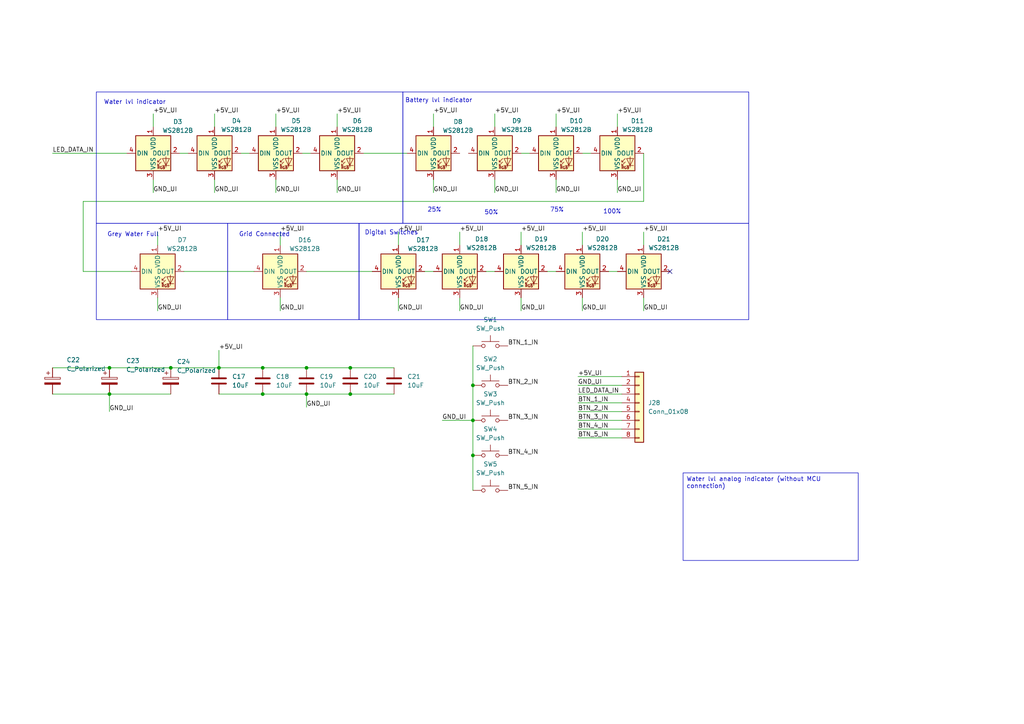
<source format=kicad_sch>
(kicad_sch (version 20231120) (generator "eeschema") (generator_version "8.0")
  (paper "A4")
  (lib_symbols
    (symbol "Connector_Generic:Conn_01x08" (pin_names (offset 1.016) hide)
      (property "Reference" "J" (at 0 10.16 0))
      (property "Value" "Conn_01x08" (at 0 -12.7 0))
      (symbol "Conn_01x08_1_1"
        (rectangle (start -1.27 -10.033) (end 0 -10.287) (stroke (width 0.1524)))
        (rectangle (start -1.27 -7.493) (end 0 -7.747) (stroke (width 0.1524)))
        (rectangle (start -1.27 -4.953) (end 0 -5.207) (stroke (width 0.1524)))
        (rectangle (start -1.27 -2.413) (end 0 -2.667) (stroke (width 0.1524)))
        (rectangle (start -1.27 0.127) (end 0 -0.127) (stroke (width 0.1524)))
        (rectangle (start -1.27 2.667) (end 0 2.413) (stroke (width 0.1524)))
        (rectangle (start -1.27 5.207) (end 0 4.953) (stroke (width 0.1524)))
        (rectangle (start -1.27 7.747) (end 0 7.493) (stroke (width 0.1524)))
        (rectangle (start -1.27 8.89) (end 1.27 -11.43) (stroke (width 0.254)) (fill (type background)))
        (pin passive line (at -5.08 7.62 0) (length 3.81) (name "Pin_1") (number "1"))
        (pin passive line (at -5.08 5.08 0) (length 3.81) (name "Pin_2") (number "2"))
        (pin passive line (at -5.08 2.54 0) (length 3.81) (name "Pin_3") (number "3"))
        (pin passive line (at -5.08 0 0) (length 3.81) (name "Pin_4") (number "4"))
        (pin passive line (at -5.08 -2.54 0) (length 3.81) (name "Pin_5") (number "5"))
        (pin passive line (at -5.08 -5.08 0) (length 3.81) (name "Pin_6") (number "6"))
        (pin passive line (at -5.08 -7.62 0) (length 3.81) (name "Pin_7") (number "7"))
        (pin passive line (at -5.08 -10.16 0) (length 3.81) (name "Pin_8") (number "8"))
      )
    )
    (symbol "Device:C" (pin_numbers hide) (pin_names (offset 0.254))
      (property "Reference" "C" (at 0.635 2.54 0))
      (property "Value" "C" (at 0.635 -2.54 0))
      (symbol "C_0_1"
        (polyline (pts (xy -2.032 -0.762) (xy 2.032 -0.762)) (stroke (width 0.508)))
        (polyline (pts (xy -2.032 0.762) (xy 2.032 0.762)) (stroke (width 0.508)))
      )
      (symbol "C_1_1"
        (pin passive line (at 0 3.81 270) (length 2.794) (name "~") (number "1"))
        (pin passive line (at 0 -3.81 90) (length 2.794) (name "~") (number "2"))
      )
    )
    (symbol "Device:C_Polarized" (pin_numbers hide) (pin_names (offset 0.254))
      (property "Reference" "C" (at 0.635 2.54 0))
      (property "Value" "C_Polarized" (at 0.635 -2.54 0))
      (symbol "C_Polarized_0_1"
        (rectangle (start -2.286 0.508) (end 2.286 1.016))
        (polyline (pts (xy -1.778 2.286) (xy -0.762 2.286)))
        (polyline (pts (xy -1.27 2.794) (xy -1.27 1.778)))
        (rectangle (start 2.286 -0.508) (end -2.286 -1.016) (fill (type outline)))
      )
      (symbol "C_Polarized_1_1"
        (pin passive line (at 0 3.81 270) (length 2.794) (name "~") (number "1"))
        (pin passive line (at 0 -3.81 90) (length 2.794) (name "~") (number "2"))
      )
    )
    (symbol "LED:WS2812B" (pin_names (offset 0.254))
      (property "Reference" "D" (at 5.08 5.715 0))
      (property "Value" "WS2812B" (at 1.27 -5.715 0))
      (symbol "WS2812B_0_0"
        (text "RGB" (at 2.286 -4.191 0) (effects (font (size 0.762 0.762))))
      )
      (symbol "WS2812B_0_1"
        (polyline (pts (xy 1.27 -3.556) (xy 1.778 -3.556)))
        (polyline (pts (xy 1.27 -2.54) (xy 1.778 -2.54)))
        (polyline (pts (xy 4.699 -3.556) (xy 2.667 -3.556)))
        (polyline (pts (xy 2.286 -2.54) (xy 1.27 -3.556) (xy 1.27 -3.048)))
        (polyline (pts (xy 2.286 -1.524) (xy 1.27 -2.54) (xy 1.27 -2.032)))
        (polyline (pts (xy 3.683 -1.016) (xy 3.683 -3.556) (xy 3.683 -4.064)))
        (polyline (pts (xy 4.699 -1.524) (xy 2.667 -1.524) (xy 3.683 -3.556) (xy 4.699 -1.524)))
        (rectangle (start 5.08 5.08) (end -5.08 -5.08) (stroke (width 0.254)) (fill (type background)))
      )
      (symbol "WS2812B_1_1"
        (pin power_in line (at 0 7.62 270) (length 2.54) (name "VDD") (number "1"))
        (pin output line (at 7.62 0 180) (length 2.54) (name "DOUT") (number "2"))
        (pin power_in line (at 0 -7.62 90) (length 2.54) (name "VSS") (number "3"))
        (pin input line (at -7.62 0 0) (length 2.54) (name "DIN") (number "4"))
      )
    )
    (symbol "Switch:SW_Push" (pin_numbers hide) (pin_names (offset 1.016) hide)
      (property "Reference" "SW" (at 1.27 2.54 0))
      (property "Value" "SW_Push" (at 0 -1.524 0))
      (symbol "SW_Push_0_1"
        (circle (center -2.032 0) (radius 0.508))
        (polyline (pts (xy 0 1.27) (xy 0 3.048)))
        (polyline (pts (xy 2.54 1.27) (xy -2.54 1.27)))
        (circle (center 2.032 0) (radius 0.508))
        (pin passive line (at -5.08 0 0) (length 2.54) (name "1") (number "1"))
        (pin passive line (at 5.08 0 180) (length 2.54) (name "2") (number "2"))
      )
    )
  )
  (junction (at 101.6 114.3))
  (junction (at 31.75 106.68))
  (junction (at 76.2 114.3))
  (junction (at 137.16 111.76))
  (junction (at 49.53 106.68))
  (junction (at 88.9 114.3))
  (junction (at 76.2 106.68))
  (junction (at 31.75 114.3))
  (junction (at 88.9 106.68))
  (junction (at 101.6 106.68))
  (junction (at 137.16 132.08))
  (junction (at 137.16 121.92))
  (junction (at 63.5 106.68))
  (no_connect (at 194.31 78.74))
  (wire (pts (xy 24.13 78.74) (xy 38.1 78.74)))
  (wire (pts (xy 161.29 33.02) (xy 161.29 36.83)))
  (wire (pts (xy 161.29 52.07) (xy 161.29 55.88)))
  (wire (pts (xy 63.5 106.68) (xy 76.2 106.68)))
  (wire (pts (xy 15.24 106.68) (xy 31.75 106.68)))
  (wire (pts (xy 176.53 78.74) (xy 179.07 78.74)))
  (wire (pts (xy 49.53 106.68) (xy 63.5 106.68)))
  (wire (pts (xy 45.72 67.31) (xy 45.72 71.12)))
  (wire (pts (xy 167.64 109.22) (xy 180.34 109.22)))
  (wire (pts (xy 168.91 86.36) (xy 168.91 90.17)))
  (wire (pts (xy 88.9 114.3) (xy 88.9 118.11)))
  (wire (pts (xy 158.75 78.74) (xy 161.29 78.74)))
  (wire (pts (xy 167.64 119.38) (xy 180.34 119.38)))
  (wire (pts (xy 125.73 52.07) (xy 125.73 55.88)))
  (wire (pts (xy 52.07 44.45) (xy 54.61 44.45)))
  (wire (pts (xy 81.28 86.36) (xy 81.28 90.17)))
  (wire (pts (xy 168.91 67.31) (xy 168.91 71.12)))
  (wire (pts (xy 63.5 114.3) (xy 76.2 114.3)))
  (wire (pts (xy 81.28 67.31) (xy 81.28 71.12)))
  (wire (pts (xy 133.35 86.36) (xy 133.35 90.17)))
  (wire (pts (xy 167.64 127) (xy 180.34 127)))
  (wire (pts (xy 133.35 67.31) (xy 133.35 71.12)))
  (wire (pts (xy 123.19 78.74) (xy 125.73 78.74)))
  (wire (pts (xy 31.75 106.68) (xy 49.53 106.68)))
  (wire (pts (xy 101.6 106.68) (xy 114.3 106.68)))
  (wire (pts (xy 24.13 58.42) (xy 24.13 78.74)))
  (wire (pts (xy 101.6 114.3) (xy 114.3 114.3)))
  (wire (pts (xy 143.51 33.02) (xy 143.51 36.83)))
  (wire (pts (xy 63.5 101.6) (xy 63.5 106.68)))
  (wire (pts (xy 15.24 44.45) (xy 36.83 44.45)))
  (wire (pts (xy 167.64 114.3) (xy 180.34 114.3)))
  (wire (pts (xy 87.63 44.45) (xy 90.17 44.45)))
  (wire (pts (xy 137.16 111.76) (xy 137.16 121.92)))
  (wire (pts (xy 53.34 78.74) (xy 73.66 78.74)))
  (wire (pts (xy 88.9 78.74) (xy 107.95 78.74)))
  (wire (pts (xy 45.72 86.36) (xy 45.72 90.17)))
  (wire (pts (xy 167.64 116.84) (xy 180.34 116.84)))
  (wire (pts (xy 167.64 121.92) (xy 180.34 121.92)))
  (wire (pts (xy 88.9 114.3) (xy 101.6 114.3)))
  (wire (pts (xy 44.45 33.02) (xy 44.45 36.83)))
  (wire (pts (xy 105.41 44.45) (xy 118.11 44.45)))
  (wire (pts (xy 186.69 67.31) (xy 186.69 71.12)))
  (wire (pts (xy 137.16 100.33) (xy 137.16 111.76)))
  (wire (pts (xy 151.13 44.45) (xy 153.67 44.45)))
  (wire (pts (xy 125.73 33.02) (xy 125.73 36.83)))
  (wire (pts (xy 151.13 67.31) (xy 151.13 71.12)))
  (wire (pts (xy 76.2 114.3) (xy 88.9 114.3)))
  (wire (pts (xy 186.69 86.36) (xy 186.69 90.17)))
  (wire (pts (xy 167.64 124.46) (xy 180.34 124.46)))
  (wire (pts (xy 115.57 86.36) (xy 115.57 90.17)))
  (wire (pts (xy 69.85 44.45) (xy 72.39 44.45)))
  (wire (pts (xy 186.69 58.42) (xy 24.13 58.42)))
  (wire (pts (xy 97.79 33.02) (xy 97.79 36.83)))
  (wire (pts (xy 179.07 52.07) (xy 179.07 55.88)))
  (wire (pts (xy 44.45 52.07) (xy 44.45 55.88)))
  (wire (pts (xy 88.9 106.68) (xy 101.6 106.68)))
  (wire (pts (xy 151.13 86.36) (xy 151.13 90.17)))
  (wire (pts (xy 49.53 114.3) (xy 31.75 114.3)))
  (wire (pts (xy 179.07 33.02) (xy 179.07 36.83)))
  (wire (pts (xy 62.23 52.07) (xy 62.23 55.88)))
  (wire (pts (xy 143.51 52.07) (xy 143.51 55.88)))
  (wire (pts (xy 168.91 44.45) (xy 171.45 44.45)))
  (wire (pts (xy 167.64 111.76) (xy 180.34 111.76)))
  (wire (pts (xy 62.23 33.02) (xy 62.23 36.83)))
  (wire (pts (xy 137.16 132.08) (xy 137.16 142.24)))
  (wire (pts (xy 140.97 78.74) (xy 143.51 78.74)))
  (wire (pts (xy 97.79 52.07) (xy 97.79 55.88)))
  (wire (pts (xy 115.57 67.31) (xy 115.57 71.12)))
  (wire (pts (xy 80.01 33.02) (xy 80.01 36.83)))
  (wire (pts (xy 31.75 114.3) (xy 31.75 119.38)))
  (wire (pts (xy 186.69 44.45) (xy 186.69 58.42)))
  (wire (pts (xy 76.2 106.68) (xy 88.9 106.68)))
  (wire (pts (xy 128.27 121.92) (xy 137.16 121.92)))
  (wire (pts (xy 137.16 121.92) (xy 137.16 132.08)))
  (wire (pts (xy 80.01 52.07) (xy 80.01 55.88)))
  (wire (pts (xy 15.24 114.3) (xy 31.75 114.3)))
  (rectangle (start 27.94 26.67) (end 116.84 64.77))
  (rectangle (start 27.94 64.77) (end 66.04 92.71))
  (rectangle (start 66.04 64.77) (end 104.14 92.71))
  (rectangle (start 116.84 26.67) (end 217.17 64.77))
  (rectangle (start 104.14 64.77) (end 217.17 92.71))
  (text_box "Water lvl analog indicator (without MCU connection)" (at 198.12 137.16 0) (size 50.8 25.4) (effects (font (size 1.27 1.27)) (justify left top)))
  (text "Grid Connected" (at 76.708 68.072 0) (effects (font (size 1.27 1.27))))
  (text "75%" (at 161.544 60.96 0) (effects (font (size 1.27 1.27))))
  (text "Water lvl indicator" (at 39.116 29.718 0) (effects (font (size 1.27 1.27))))
  (text "Battery lvl indicator" (at 127.254 29.21 0) (effects (font (size 1.27 1.27))))
  (text "25%" (at 125.984 60.96 0) (effects (font (size 1.27 1.27))))
  (text "50%" (at 142.494 61.722 0) (effects (font (size 1.27 1.27))))
  (text "Grey Water Full\n" (at 38.608 68.072 0) (effects (font (size 1.27 1.27))))
  (text "Digital Switches" (at 113.538 67.564 0) (effects (font (size 1.27 1.27))))
  (text "100%" (at 177.546 61.468 0) (effects (font (size 1.27 1.27))))
  (label "LED_DATA_IN" (at 167.64 114.3 0))
  (label "BTN_5_IN" (at 167.64 127 0))
  (label "+5V_UI" (at 45.72 67.31 0))
  (label "+5V_UI" (at 179.07 33.02 0))
  (label "GND_UI" (at 133.35 90.17 0))
  (label "GND_UI" (at 167.64 111.76 0))
  (label "+5V_UI" (at 161.29 33.02 0))
  (label "GND_UI" (at 125.73 55.88 0))
  (label "+5V_UI" (at 115.57 67.31 0))
  (label "GND_UI" (at 186.69 90.17 0))
  (label "BTN_4_IN" (at 167.64 124.46 0))
  (label "+5V_UI" (at 44.45 33.02 0))
  (label "GND_UI" (at 81.28 90.17 0))
  (label "BTN_1_IN" (at 167.64 116.84 0))
  (label "BTN_2_IN" (at 147.32 111.76 0))
  (label "GND_UI" (at 88.9 118.11 0))
  (label "GND_UI" (at 80.01 55.88 0))
  (label "BTN_4_IN" (at 147.32 132.08 0))
  (label "GND_UI" (at 128.27 121.92 0))
  (label "+5V_UI" (at 168.91 67.31 0))
  (label "+5V_UI" (at 80.01 33.02 0))
  (label "BTN_3_IN" (at 167.64 121.92 0))
  (label "BTN_1_IN" (at 147.32 100.33 0))
  (label "GND_UI" (at 44.45 55.88 0))
  (label "BTN_2_IN" (at 167.64 119.38 0))
  (label "+5V_UI" (at 167.64 109.22 0))
  (label "GND_UI" (at 161.29 55.88 0))
  (label "GND_UI" (at 97.79 55.88 0))
  (label "+5V_UI" (at 186.69 67.31 0))
  (label "BTN_5_IN" (at 147.32 142.24 0))
  (label "+5V_UI" (at 143.51 33.02 0))
  (label "BTN_3_IN" (at 147.32 121.92 0))
  (label "+5V_UI" (at 151.13 67.31 0))
  (label "GND_UI" (at 62.23 55.88 0))
  (label "GND_UI" (at 31.75 119.38 0))
  (label "GND_UI" (at 179.07 55.88 0))
  (label "GND_UI" (at 168.91 90.17 0))
  (label "GND_UI" (at 143.51 55.88 0))
  (label "GND_UI" (at 115.57 90.17 0))
  (label "+5V_UI" (at 125.73 33.02 0))
  (label "+5V_UI" (at 62.23 33.02 0))
  (label "GND_UI" (at 151.13 90.17 0))
  (label "+5V_UI" (at 81.28 67.31 0))
  (label "+5V_UI" (at 63.5 101.6 0))
  (label "GND_UI" (at 45.72 90.17 0))
  (label "LED_DATA_IN" (at 15.24 44.45 0))
  (label "+5V_UI" (at 97.79 33.02 0))
  (label "+5V_UI" (at 133.35 67.31 0))
  (symbol (lib_id "LED:WS2812B") (at 133.35 78.74 0) (unit 1)
    (property "Reference" "D18" (at 139.7 69.342 0))
    (property "Value" "WS2812B" (at 139.7 71.882 0))
    (property "Footprint" "LED_SMD:LED_WS2812B_PLCC4_5.0x5.0mm_P3.2mm" (effects (hide yes)))
    (property "Datasheet" "https://cdn-shop.adafruit.com/datasheets/WS2812B.pdf" (effects (hide yes)))
    (property "Description" "RGB LED with integrated controller" (effects (hide yes)))
  )
  (symbol (lib_id "Device:C_Polarized") (at 49.53 110.49 0) (unit 1)
    (property "Reference" "C24" (at 51.308 104.902 0) (effects (justify left)))
    (property "Value" "C_Polarized" (at 51.308 107.442 0) (effects (justify left)))
    (property "Footprint" "Capacitor_THT:CP_Radial_D5.0mm_P2.50mm" (effects (hide yes)))
    (property "Description" "Polarized capacitor" (effects (hide yes)))
  )
  (symbol (lib_id "Device:C_Polarized") (at 15.24 110.49 0) (unit 1)
    (property "Reference" "C22" (at 19.304 104.394 0) (effects (justify left)))
    (property "Value" "C_Polarized" (at 19.304 106.934 0) (effects (justify left)))
    (property "Footprint" "Capacitor_THT:CP_Radial_D5.0mm_P2.50mm" (effects (hide yes)))
    (property "Description" "Polarized capacitor" (effects (hide yes)))
  )
  (symbol (lib_id "LED:WS2812B") (at 168.91 78.74 0) (unit 1)
    (property "Reference" "D20" (at 174.752 69.342 0))
    (property "Value" "WS2812B" (at 174.752 71.882 0))
    (property "Footprint" "LED_SMD:LED_WS2812B_PLCC4_5.0x5.0mm_P3.2mm" (effects (hide yes)))
    (property "Datasheet" "https://cdn-shop.adafruit.com/datasheets/WS2812B.pdf" (effects (hide yes)))
    (property "Description" "RGB LED with integrated controller" (effects (hide yes)))
  )
  (symbol (lib_id "LED:WS2812B") (at 44.45 44.45 0) (unit 1)
    (property "Reference" "D3" (at 51.562 35.306 0))
    (property "Value" "WS2812B" (at 51.562 37.846 0))
    (property "Footprint" "LED_SMD:LED_WS2812B_PLCC4_5.0x5.0mm_P3.2mm" (effects (hide yes)))
    (property "Datasheet" "https://cdn-shop.adafruit.com/datasheets/WS2812B.pdf" (effects (hide yes)))
    (property "Description" "RGB LED with integrated controller" (effects (hide yes)))
  )
  (symbol (lib_id "LED:WS2812B") (at 80.01 44.45 0) (unit 1)
    (property "Reference" "D5" (at 85.852 35.052 0))
    (property "Value" "WS2812B" (at 85.852 37.592 0))
    (property "Footprint" "LED_SMD:LED_WS2812B_PLCC4_5.0x5.0mm_P3.2mm" (effects (hide yes)))
    (property "Datasheet" "https://cdn-shop.adafruit.com/datasheets/WS2812B.pdf" (effects (hide yes)))
    (property "Description" "RGB LED with integrated controller" (effects (hide yes)))
  )
  (symbol (lib_id "LED:WS2812B") (at 161.29 44.45 0) (unit 1)
    (property "Reference" "D10" (at 167.132 35.052 0))
    (property "Value" "WS2812B" (at 167.132 37.592 0))
    (property "Footprint" "LED_SMD:LED_WS2812B_PLCC4_5.0x5.0mm_P3.2mm" (effects (hide yes)))
    (property "Datasheet" "https://cdn-shop.adafruit.com/datasheets/WS2812B.pdf" (effects (hide yes)))
    (property "Description" "RGB LED with integrated controller" (effects (hide yes)))
  )
  (symbol (lib_id "LED:WS2812B") (at 115.57 78.74 0) (unit 1)
    (property "Reference" "D17" (at 122.682 69.596 0))
    (property "Value" "WS2812B" (at 122.682 72.136 0))
    (property "Footprint" "LED_SMD:LED_WS2812B_PLCC4_5.0x5.0mm_P3.2mm" (effects (hide yes)))
    (property "Datasheet" "https://cdn-shop.adafruit.com/datasheets/WS2812B.pdf" (effects (hide yes)))
    (property "Description" "RGB LED with integrated controller" (effects (hide yes)))
  )
  (symbol (lib_id "Device:C") (at 114.3 110.49 0) (unit 1)
    (property "Reference" "C21" (at 118.11 109.2199 0) (effects (justify left)))
    (property "Value" "10uF" (at 118.11 111.7599 0) (effects (justify left)))
    (property "Footprint" "Capacitor_SMD:C_0805_2012Metric" (effects (hide yes)))
    (property "Description" "Unpolarized capacitor" (effects (hide yes)))
  )
  (symbol (lib_id "Device:C") (at 63.5 110.49 0) (unit 1)
    (property "Reference" "C17" (at 67.31 109.2199 0) (effects (justify left)))
    (property "Value" "10uF" (at 67.31 111.7599 0) (effects (justify left)))
    (property "Footprint" "Capacitor_SMD:C_0805_2012Metric" (effects (hide yes)))
    (property "Description" "Unpolarized capacitor" (effects (hide yes)))
  )
  (symbol (lib_id "LED:WS2812B") (at 143.51 44.45 0) (unit 1)
    (property "Reference" "D9" (at 149.86 35.052 0))
    (property "Value" "WS2812B" (at 149.86 37.592 0))
    (property "Footprint" "LED_SMD:LED_WS2812B_PLCC4_5.0x5.0mm_P3.2mm" (effects (hide yes)))
    (property "Datasheet" "https://cdn-shop.adafruit.com/datasheets/WS2812B.pdf" (effects (hide yes)))
    (property "Description" "RGB LED with integrated controller" (effects (hide yes)))
  )
  (symbol (lib_id "Switch:SW_Push") (at 142.24 121.92 0) (unit 1)
    (property "Reference" "SW3" (at 142.24 114.3 0))
    (property "Value" "SW_Push" (at 142.24 116.84 0))
    (property "Footprint" "analog_ui:button_12mm" (effects (hide yes)))
    (property "Description" "Push button switch, generic, two pins" (effects (hide yes)))
  )
  (symbol (lib_id "Device:C") (at 76.2 110.49 0) (unit 1)
    (property "Reference" "C18" (at 80.01 109.2199 0) (effects (justify left)))
    (property "Value" "10uF" (at 80.01 111.7599 0) (effects (justify left)))
    (property "Footprint" "Capacitor_SMD:C_0805_2012Metric" (effects (hide yes)))
    (property "Description" "Unpolarized capacitor" (effects (hide yes)))
  )
  (symbol (lib_id "Connector_Generic:Conn_01x08") (at 185.42 116.84 0) (unit 1)
    (property "Reference" "J28" (at 187.96 116.8399 0) (effects (justify left)))
    (property "Value" "Conn_01x08" (at 187.96 119.3799 0) (effects (justify left)))
    (property "Footprint" "TerminalBlock:TerminalBlock_Xinya_XY308-2.54-8P_1x08_P2.54mm_Horizontal" (effects (hide yes)))
    (property "Description" "Generic connector, single row, 01x08, script generated (kicad-library-utils/schlib/autogen/connector/)" (effects (hide yes)))
  )
  (symbol (lib_id "LED:WS2812B") (at 125.73 44.45 0) (unit 1)
    (property "Reference" "D8" (at 132.842 35.306 0))
    (property "Value" "WS2812B" (at 132.842 37.846 0))
    (property "Footprint" "LED_SMD:LED_WS2812B_PLCC4_5.0x5.0mm_P3.2mm" (effects (hide yes)))
    (property "Datasheet" "https://cdn-shop.adafruit.com/datasheets/WS2812B.pdf" (effects (hide yes)))
    (property "Description" "RGB LED with integrated controller" (effects (hide yes)))
  )
  (symbol (lib_id "LED:WS2812B") (at 97.79 44.45 0) (unit 1)
    (property "Reference" "D6" (at 103.632 35.052 0))
    (property "Value" "WS2812B" (at 103.632 37.592 0))
    (property "Footprint" "LED_SMD:LED_WS2812B_PLCC4_5.0x5.0mm_P3.2mm" (effects (hide yes)))
    (property "Datasheet" "https://cdn-shop.adafruit.com/datasheets/WS2812B.pdf" (effects (hide yes)))
    (property "Description" "RGB LED with integrated controller" (effects (hide yes)))
  )
  (symbol (lib_id "Device:C") (at 101.6 110.49 0) (unit 1)
    (property "Reference" "C20" (at 105.41 109.2199 0) (effects (justify left)))
    (property "Value" "10uF" (at 105.41 111.7599 0) (effects (justify left)))
    (property "Footprint" "Capacitor_SMD:C_0805_2012Metric" (effects (hide yes)))
    (property "Description" "Unpolarized capacitor" (effects (hide yes)))
  )
  (symbol (lib_id "Switch:SW_Push") (at 142.24 100.33 0) (unit 1)
    (property "Reference" "SW1" (at 142.24 92.71 0))
    (property "Value" "SW_Push" (at 142.24 95.25 0))
    (property "Footprint" "analog_ui:button_12mm" (effects (hide yes)))
    (property "Description" "Push button switch, generic, two pins" (effects (hide yes)))
  )
  (symbol (lib_id "Switch:SW_Push") (at 142.24 142.24 0) (unit 1)
    (property "Reference" "SW5" (at 142.24 134.62 0))
    (property "Value" "SW_Push" (at 142.24 137.16 0))
    (property "Footprint" "analog_ui:button_12mm" (effects (hide yes)))
    (property "Description" "Push button switch, generic, two pins" (effects (hide yes)))
  )
  (symbol (lib_id "Device:C_Polarized") (at 31.75 110.49 0) (unit 1)
    (property "Reference" "C23" (at 36.576 104.648 0) (effects (justify left)))
    (property "Value" "C_Polarized" (at 36.576 107.188 0) (effects (justify left)))
    (property "Footprint" "Capacitor_THT:CP_Radial_D5.0mm_P2.50mm" (effects (hide yes)))
    (property "Description" "Polarized capacitor" (effects (hide yes)))
  )
  (symbol (lib_id "LED:WS2812B") (at 45.72 78.74 0) (unit 1)
    (property "Reference" "D7" (at 52.832 69.596 0))
    (property "Value" "WS2812B" (at 52.832 72.136 0))
    (property "Footprint" "LED_SMD:LED_WS2812B_PLCC4_5.0x5.0mm_P3.2mm" (effects (hide yes)))
    (property "Datasheet" "https://cdn-shop.adafruit.com/datasheets/WS2812B.pdf" (effects (hide yes)))
    (property "Description" "RGB LED with integrated controller" (effects (hide yes)))
  )
  (symbol (lib_id "LED:WS2812B") (at 151.13 78.74 0) (unit 1)
    (property "Reference" "D19" (at 156.972 69.342 0))
    (property "Value" "WS2812B" (at 156.972 71.882 0))
    (property "Footprint" "LED_SMD:LED_WS2812B_PLCC4_5.0x5.0mm_P3.2mm" (effects (hide yes)))
    (property "Datasheet" "https://cdn-shop.adafruit.com/datasheets/WS2812B.pdf" (effects (hide yes)))
    (property "Description" "RGB LED with integrated controller" (effects (hide yes)))
  )
  (symbol (lib_id "Switch:SW_Push") (at 142.24 132.08 0) (unit 1)
    (property "Reference" "SW4" (at 142.24 124.46 0))
    (property "Value" "SW_Push" (at 142.24 127 0))
    (property "Footprint" "analog_ui:button_12mm" (effects (hide yes)))
    (property "Description" "Push button switch, generic, two pins" (effects (hide yes)))
  )
  (symbol (lib_id "LED:WS2812B") (at 186.69 78.74 0) (unit 1)
    (property "Reference" "D21" (at 192.532 69.342 0))
    (property "Value" "WS2812B" (at 192.532 71.882 0))
    (property "Footprint" "LED_SMD:LED_WS2812B_PLCC4_5.0x5.0mm_P3.2mm" (effects (hide yes)))
    (property "Datasheet" "https://cdn-shop.adafruit.com/datasheets/WS2812B.pdf" (effects (hide yes)))
    (property "Description" "RGB LED with integrated controller" (effects (hide yes)))
  )
  (symbol (lib_id "LED:WS2812B") (at 62.23 44.45 0) (unit 1)
    (property "Reference" "D4" (at 68.58 35.052 0))
    (property "Value" "WS2812B" (at 68.58 37.592 0))
    (property "Footprint" "LED_SMD:LED_WS2812B_PLCC4_5.0x5.0mm_P3.2mm" (effects (hide yes)))
    (property "Datasheet" "https://cdn-shop.adafruit.com/datasheets/WS2812B.pdf" (effects (hide yes)))
    (property "Description" "RGB LED with integrated controller" (effects (hide yes)))
  )
  (symbol (lib_id "Device:C") (at 88.9 110.49 0) (unit 1)
    (property "Reference" "C19" (at 92.71 109.2199 0) (effects (justify left)))
    (property "Value" "10uF" (at 92.71 111.7599 0) (effects (justify left)))
    (property "Footprint" "Capacitor_SMD:C_0805_2012Metric" (effects (hide yes)))
    (property "Description" "Unpolarized capacitor" (effects (hide yes)))
  )
  (symbol (lib_id "LED:WS2812B") (at 179.07 44.45 0) (unit 1)
    (property "Reference" "D11" (at 184.912 35.052 0))
    (property "Value" "WS2812B" (at 184.912 37.592 0))
    (property "Footprint" "LED_SMD:LED_WS2812B_PLCC4_5.0x5.0mm_P3.2mm" (effects (hide yes)))
    (property "Datasheet" "https://cdn-shop.adafruit.com/datasheets/WS2812B.pdf" (effects (hide yes)))
    (property "Description" "RGB LED with integrated controller" (effects (hide yes)))
  )
  (symbol (lib_id "Switch:SW_Push") (at 142.24 111.76 0) (unit 1)
    (property "Reference" "SW2" (at 142.24 104.14 0))
    (property "Value" "SW_Push" (at 142.24 106.68 0))
    (property "Footprint" "analog_ui:button_12mm" (effects (hide yes)))
    (property "Description" "Push button switch, generic, two pins" (effects (hide yes)))
  )
  (symbol (lib_id "LED:WS2812B") (at 81.28 78.74 0) (unit 1)
    (property "Reference" "D16" (at 88.392 69.596 0))
    (property "Value" "WS2812B" (at 88.392 72.136 0))
    (property "Footprint" "LED_SMD:LED_WS2812B_PLCC4_5.0x5.0mm_P3.2mm" (effects (hide yes)))
    (property "Datasheet" "https://cdn-shop.adafruit.com/datasheets/WS2812B.pdf" (effects (hide yes)))
    (property "Description" "RGB LED with integrated controller" (effects (hide yes)))
  )
)
</source>
